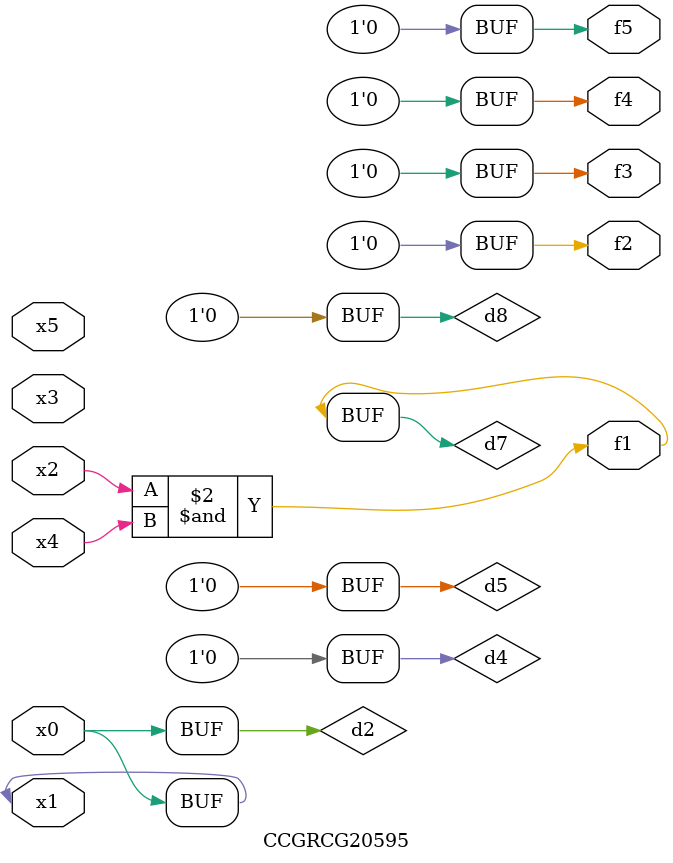
<source format=v>
module CCGRCG20595(
	input x0, x1, x2, x3, x4, x5,
	output f1, f2, f3, f4, f5
);

	wire d1, d2, d3, d4, d5, d6, d7, d8, d9;

	nand (d1, x1);
	buf (d2, x0, x1);
	nand (d3, x2, x4);
	and (d4, d1, d2);
	and (d5, d1, d2);
	nand (d6, d1, d3);
	not (d7, d3);
	xor (d8, d5);
	nor (d9, d5, d6);
	assign f1 = d7;
	assign f2 = d8;
	assign f3 = d8;
	assign f4 = d8;
	assign f5 = d8;
endmodule

</source>
